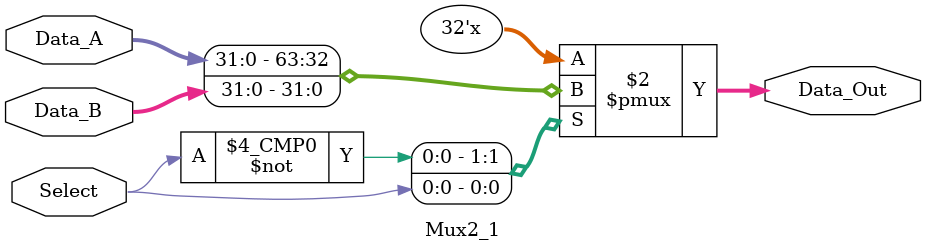
<source format=v>
module Mux2_1 (
    Data_Out,Data_A,Data_B,Select
);
    input [31:0] Data_A,Data_B;
    input Select;
    output reg [31:0] Data_Out;

    always @(Select,Data_A,Data_B) begin
        case (Select) 
            1'b0: Data_Out = Data_A;
            1'b1: Data_Out = Data_B;
        endcase
    end
    
endmodule
</source>
